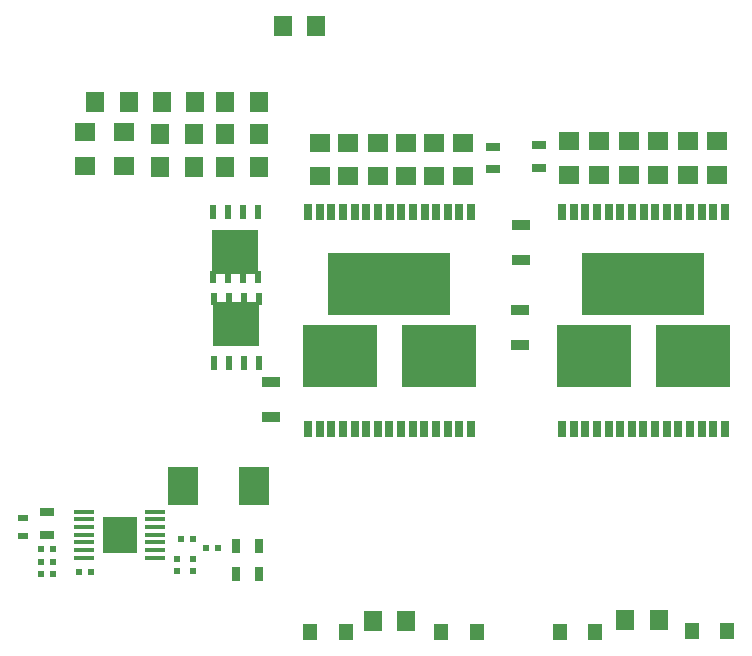
<source format=gbr>
G04 EAGLE Gerber RS-274X export*
G75*
%MOMM*%
%FSLAX34Y34*%
%LPD*%
%INSolderpaste Top*%
%IPPOS*%
%AMOC8*
5,1,8,0,0,1.08239X$1,22.5*%
G01*
%ADD10R,0.660000X1.340000*%
%ADD11R,10.300000X5.250000*%
%ADD12R,6.230000X5.250000*%
%ADD13R,1.803000X1.600000*%
%ADD14R,1.600000X1.803000*%
%ADD15R,1.600000X0.900000*%
%ADD16R,1.300000X0.800000*%
%ADD17R,0.609600X1.270000*%
%ADD18R,0.609600X1.016000*%
%ADD19R,3.911600X3.810000*%
%ADD20R,1.200000X1.400000*%
%ADD21R,1.780000X0.330000*%
%ADD22R,3.000000X3.100000*%
%ADD23R,0.500000X0.600000*%
%ADD24R,0.600000X0.500000*%
%ADD25R,0.700000X1.300000*%
%ADD26R,2.500000X3.250000*%
%ADD27R,1.300000X0.700000*%
%ADD28R,0.900000X0.600000*%


D10*
X570200Y381450D03*
X580050Y381450D03*
X589900Y381450D03*
X599750Y381450D03*
X609600Y381450D03*
X619450Y381450D03*
X629300Y381450D03*
X639150Y381450D03*
X560350Y381450D03*
X550500Y381450D03*
X540650Y381450D03*
X530800Y381450D03*
X520950Y381450D03*
X511100Y381450D03*
X501250Y381450D03*
X570100Y198350D03*
X579950Y198350D03*
X589800Y198350D03*
X599650Y198350D03*
X609500Y198350D03*
X619350Y198350D03*
X629200Y198350D03*
X639050Y198350D03*
X560250Y198350D03*
X550400Y198350D03*
X540550Y198350D03*
X530700Y198350D03*
X520850Y198350D03*
X511000Y198350D03*
X501150Y198350D03*
D11*
X570000Y320500D03*
D12*
X611650Y259500D03*
X528350Y259500D03*
D13*
X608000Y440220D03*
X608000Y411780D03*
X535000Y411780D03*
X535000Y440220D03*
X632000Y411780D03*
X632000Y440220D03*
X511000Y411780D03*
X511000Y440220D03*
X584000Y411780D03*
X584000Y440220D03*
X560000Y411780D03*
X560000Y440220D03*
D14*
X377280Y475000D03*
X405720Y475000D03*
X584220Y35000D03*
X555780Y35000D03*
D15*
X470000Y238000D03*
X470000Y208000D03*
X680500Y299000D03*
X680500Y269000D03*
D16*
X658000Y437000D03*
X658000Y418000D03*
D13*
X345000Y420780D03*
X345000Y449220D03*
D14*
X508220Y539000D03*
X479780Y539000D03*
D17*
X458500Y381270D03*
X445800Y381270D03*
X433100Y381270D03*
X420400Y381270D03*
D18*
X420400Y326660D03*
X433100Y326660D03*
X445800Y326660D03*
X458500Y326660D03*
D19*
X439450Y347742D03*
D20*
X644000Y26000D03*
X614000Y26000D03*
X533000Y26000D03*
X503000Y26000D03*
D10*
X785200Y381450D03*
X795050Y381450D03*
X804900Y381450D03*
X814750Y381450D03*
X824600Y381450D03*
X834450Y381450D03*
X844300Y381450D03*
X854150Y381450D03*
X775350Y381450D03*
X765500Y381450D03*
X755650Y381450D03*
X745800Y381450D03*
X735950Y381450D03*
X726100Y381450D03*
X716250Y381450D03*
X785100Y198350D03*
X794950Y198350D03*
X804800Y198350D03*
X814650Y198350D03*
X824500Y198350D03*
X834350Y198350D03*
X844200Y198350D03*
X854050Y198350D03*
X775250Y198350D03*
X765400Y198350D03*
X755550Y198350D03*
X745700Y198350D03*
X735850Y198350D03*
X726000Y198350D03*
X716150Y198350D03*
D11*
X785000Y320500D03*
D12*
X826650Y259500D03*
X743350Y259500D03*
D13*
X822500Y441720D03*
X822500Y413280D03*
X747500Y413280D03*
X747500Y441720D03*
X847500Y413280D03*
X847500Y441720D03*
X722500Y413280D03*
X722500Y441720D03*
X797500Y413280D03*
X797500Y441720D03*
X772500Y413280D03*
X772500Y441720D03*
D14*
X349220Y474500D03*
X320780Y474500D03*
X798220Y36500D03*
X769780Y36500D03*
D15*
X681500Y341000D03*
X681500Y371000D03*
D16*
X697000Y438000D03*
X697000Y419000D03*
D13*
X312000Y420780D03*
X312000Y449220D03*
D14*
X459220Y475000D03*
X430780Y475000D03*
D17*
X421500Y253730D03*
X434200Y253730D03*
X446900Y253730D03*
X459600Y253730D03*
D18*
X459600Y308340D03*
X446900Y308340D03*
X434200Y308340D03*
X421500Y308340D03*
D19*
X440550Y287258D03*
D20*
X856000Y27000D03*
X826000Y27000D03*
X744500Y26500D03*
X714500Y26500D03*
D14*
X375780Y448000D03*
X404220Y448000D03*
X375780Y420000D03*
X404220Y420000D03*
X459220Y420000D03*
X430780Y420000D03*
X459220Y448000D03*
X430780Y448000D03*
D21*
X311838Y128050D03*
X311838Y121550D03*
X311838Y115050D03*
X311838Y108550D03*
X311838Y102050D03*
X311838Y95550D03*
X311838Y89050D03*
X371338Y89050D03*
X371338Y95550D03*
X371338Y102050D03*
X371338Y108550D03*
X371338Y115050D03*
X371338Y121550D03*
X371338Y128050D03*
D22*
X341838Y108550D03*
D23*
X285000Y75000D03*
X275000Y75000D03*
X275000Y96000D03*
X285000Y96000D03*
X285000Y85000D03*
X275000Y85000D03*
X307000Y77000D03*
X317000Y77000D03*
X404000Y105000D03*
X394000Y105000D03*
D24*
X404000Y88000D03*
X404000Y78000D03*
X390000Y78000D03*
X390000Y88000D03*
D25*
X459500Y75000D03*
X440500Y75000D03*
X459500Y99000D03*
X440500Y99000D03*
D23*
X415000Y97000D03*
X425000Y97000D03*
D26*
X395520Y150000D03*
X455520Y150000D03*
D27*
X280000Y108500D03*
X280000Y127500D03*
D28*
X260000Y107500D03*
X260000Y122500D03*
M02*

</source>
